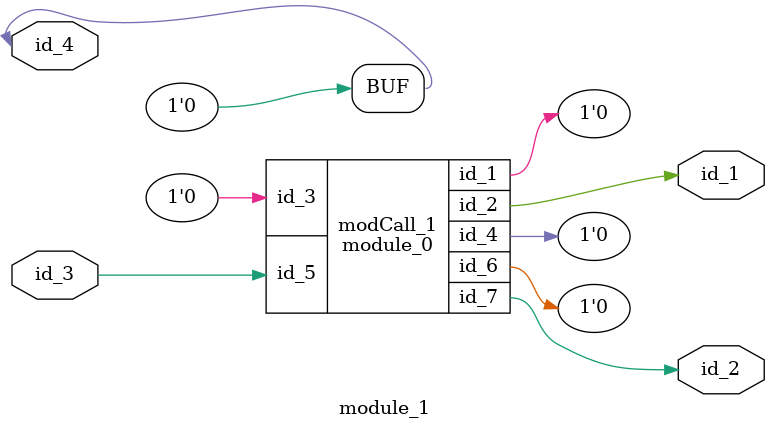
<source format=v>
module module_0 (
    id_1,
    id_2,
    id_3,
    id_4,
    id_5,
    id_6,
    id_7
);
  output wire id_7;
  inout wire id_6;
  input wire id_5;
  inout wire id_4;
  input wire id_3;
  output wire id_2;
  output wire id_1;
  wire id_8;
  assign id_4 = id_3;
  assign id_4 = id_8;
endmodule
module module_1 (
    id_1,
    id_2,
    id_3,
    id_4
);
  inout wire id_4;
  input wire id_3;
  output wire id_2;
  output wire id_1;
  assign id_4 = 1'b0;
  module_0 modCall_1 (
      id_4,
      id_1,
      id_4,
      id_4,
      id_3,
      id_4,
      id_2
  );
endmodule

</source>
